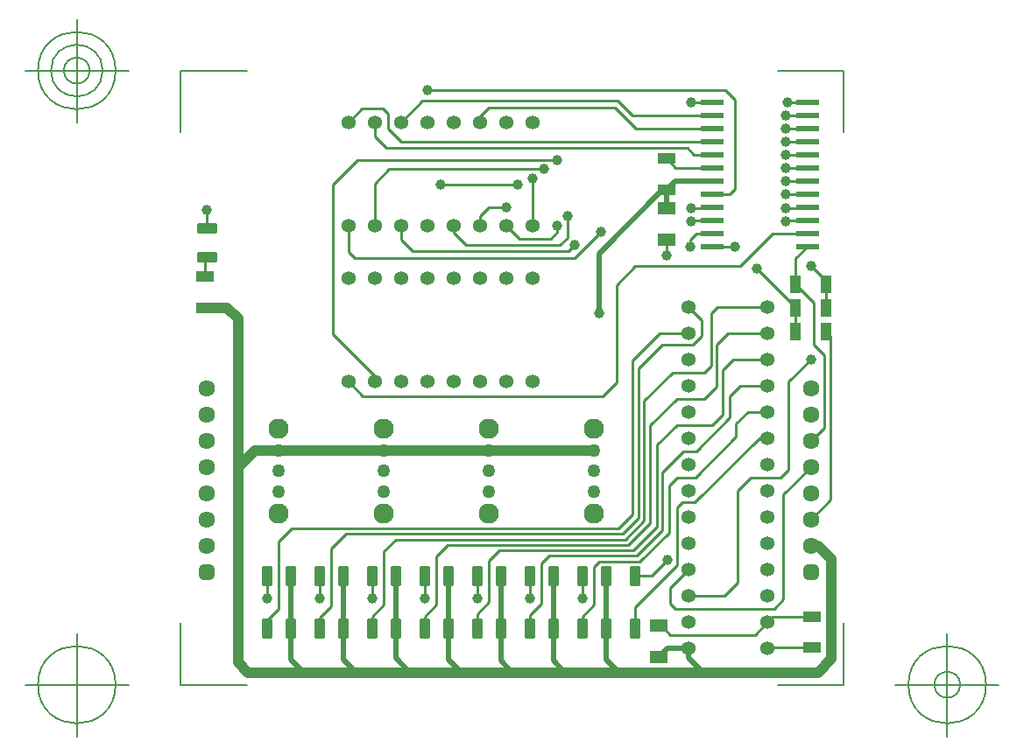
<source format=gbr>
G04 Generated by Ultiboard 11.0 *
%FSLAX25Y25*%
%MOIN*%

%ADD10C,0.04000*%
%ADD11C,0.01000*%
%ADD12C,0.02000*%
%ADD13C,0.00500*%
%ADD14C,0.03937*%
%ADD15C,0.05337*%
%ADD16R,0.02251X0.05834*%
%ADD17C,0.01666*%
%ADD18C,0.07699*%
%ADD19C,0.04943*%
%ADD20C,0.06334*%
%ADD21R,0.02083X0.02083*%
%ADD22C,0.03917*%
%ADD23R,0.06890X0.04134*%
%ADD24R,0.05834X0.02251*%
%ADD25R,0.07087X0.04528*%
%ADD26R,0.08661X0.02362*%
%ADD27R,0.04134X0.06890*%


G04 ColorRGB 00FF00 for the following layer *
%LNCopper Top*%
%LPD*%
%FSLAX25Y25*%
%MOIN*%
G54D10*
X250350Y8350D02*
X250350Y46450D01*
X250350Y46450D02*
X245300Y51500D01*
X245150Y3150D02*
X250350Y8350D01*
X31000Y87874D02*
X160000Y87874D01*
X28350Y3150D02*
X245150Y3150D01*
X24500Y40000D02*
X24500Y138000D01*
X24500Y40000D02*
X24500Y7000D01*
X24500Y7000D02*
X28350Y3150D01*
X24500Y81374D02*
X31000Y87874D01*
X12000Y142094D02*
X20406Y142094D01*
X20406Y142094D02*
X24500Y138000D01*
X245300Y51500D02*
X242500Y51500D01*
G54D11*
X65500Y56000D02*
X170850Y56000D01*
X45000Y58000D02*
X169150Y58000D01*
X84550Y53800D02*
X171950Y53800D01*
X104250Y51750D02*
X173050Y51750D01*
X123850Y49700D02*
X174800Y49700D01*
X120000Y218500D02*
X168000Y218500D01*
X94630Y221000D02*
X169000Y221000D01*
X86500Y205500D02*
X204890Y205500D01*
X195500Y203000D02*
X81000Y203000D01*
X82000Y195000D02*
X141000Y195000D01*
X70000Y198500D02*
X146000Y198500D01*
X96500Y225000D02*
X210000Y225000D01*
X119900Y180500D02*
X126000Y180500D01*
X126500Y173450D02*
X131500Y168450D01*
X111350Y166000D02*
X147000Y166000D01*
X69000Y161000D02*
X152500Y161000D01*
X90750Y163750D02*
X150250Y163750D01*
X131000Y189000D02*
X101500Y189000D01*
X72000Y108500D02*
X163350Y108500D01*
X76500Y116000D02*
X60500Y132000D01*
X60000Y50500D02*
X65500Y56000D01*
X60000Y28500D02*
X60000Y50500D01*
X55500Y31500D02*
X55500Y40000D01*
X40000Y27500D02*
X40000Y53000D01*
X35500Y40000D02*
X35500Y31500D01*
X35500Y23000D02*
X40000Y27500D01*
X35500Y20000D02*
X35500Y23000D01*
X55500Y20000D02*
X55500Y24000D01*
X55500Y24000D02*
X60000Y28500D01*
X40000Y53000D02*
X45000Y58000D01*
X95500Y20000D02*
X95500Y24500D01*
X95500Y24500D02*
X100000Y29000D01*
X95500Y31500D02*
X95500Y40500D01*
X80000Y29000D02*
X80000Y49250D01*
X75500Y31500D02*
X75500Y40000D01*
X75500Y24500D02*
X80000Y29000D01*
X75500Y20000D02*
X75500Y24500D01*
X80000Y49250D02*
X84550Y53800D01*
X115500Y25500D02*
X120000Y30000D01*
X100000Y29000D02*
X100000Y47500D01*
X120000Y30000D02*
X120000Y45850D01*
X115500Y31500D02*
X115500Y40000D01*
X115500Y20000D02*
X115500Y25500D01*
X100000Y47500D02*
X104250Y51750D01*
X120000Y45850D02*
X123850Y49700D01*
X66500Y114000D02*
X72000Y108500D01*
X76500Y114000D02*
X76500Y116000D01*
X60500Y189000D02*
X70000Y198500D01*
X60500Y132000D02*
X60500Y189000D01*
X12000Y153906D02*
X12000Y161000D01*
X12500Y172500D02*
X12500Y179500D01*
X12000Y161000D02*
X12500Y161500D01*
X76500Y173500D02*
X76500Y189500D01*
X76500Y189500D02*
X82000Y195000D01*
X66500Y173500D02*
X66500Y163500D01*
X66500Y163500D02*
X69000Y161000D01*
X86500Y173500D02*
X86500Y168000D01*
X86500Y168000D02*
X90800Y163700D01*
X106500Y170850D02*
X111350Y166000D01*
X106500Y173500D02*
X106500Y170850D01*
X116500Y173500D02*
X116500Y177100D01*
X116500Y177100D02*
X119900Y180500D01*
X86500Y212870D02*
X94630Y221000D01*
X71630Y218000D02*
X79500Y218000D01*
X79500Y218000D02*
X81500Y216000D01*
X81000Y203000D02*
X76500Y207500D01*
X66500Y212870D02*
X71630Y218000D01*
X76500Y207500D02*
X76500Y212870D01*
X81500Y210500D02*
X86500Y205500D01*
X81500Y216000D02*
X81500Y210500D01*
X116500Y212870D02*
X116500Y215000D01*
X116500Y215000D02*
X120000Y218500D01*
X204500Y120000D02*
X204500Y140000D01*
X185000Y132500D02*
X174650Y122150D01*
X186000Y128000D02*
X176950Y118950D01*
X206500Y112000D02*
X206500Y128000D01*
X250000Y69000D02*
X250000Y131406D01*
X247500Y124000D02*
X243500Y128000D01*
X168550Y113700D02*
X168550Y150850D01*
X190000Y117500D02*
X202000Y117500D01*
X190000Y117500D02*
X179050Y106550D01*
X181250Y97250D02*
X191500Y107500D01*
X183950Y89950D02*
X191500Y97500D01*
X194000Y87500D02*
X186000Y79500D01*
X177250Y45250D02*
X188500Y56500D01*
X188500Y56500D02*
X188500Y74500D01*
X188500Y74500D02*
X191500Y77500D01*
X185594Y20906D02*
X189000Y17500D01*
X189000Y17500D02*
X221094Y17500D01*
X182000Y40000D02*
X188000Y46000D01*
X175500Y28050D02*
X191550Y44100D01*
X196000Y42500D02*
X189000Y35500D01*
X189000Y35500D02*
X189000Y29500D01*
X189000Y29500D02*
X191000Y27500D01*
X174650Y63500D02*
X174650Y122150D01*
X169150Y58000D02*
X174650Y63500D01*
X176950Y62100D02*
X176950Y118950D01*
X170850Y56000D02*
X176950Y62100D01*
X179050Y60900D02*
X179050Y106550D01*
X181250Y59950D02*
X181250Y97250D01*
X183950Y58850D02*
X183950Y89950D01*
X186000Y79500D02*
X186000Y57300D01*
X155500Y24500D02*
X160000Y29000D01*
X143050Y47600D02*
X176300Y47600D01*
X140000Y29500D02*
X140000Y44550D01*
X135500Y31500D02*
X135500Y39500D01*
X155500Y31500D02*
X155500Y40000D01*
X135500Y20000D02*
X135500Y25000D01*
X135500Y25000D02*
X140000Y29500D01*
X155500Y20000D02*
X155500Y24500D01*
X140000Y44550D02*
X143050Y47600D01*
X160000Y29000D02*
X160000Y43500D01*
X184000Y9094D02*
X184500Y9094D01*
X184500Y20906D02*
X185594Y20906D01*
X175500Y28050D02*
X175500Y20000D01*
X171950Y53800D02*
X179050Y60900D01*
X181250Y59950D02*
X173050Y51750D01*
X161750Y45250D02*
X177250Y45250D01*
X160000Y43500D02*
X162000Y45500D01*
X186000Y57300D02*
X176300Y47600D01*
X175500Y40000D02*
X182000Y40000D01*
X183950Y58850D02*
X174800Y49700D01*
X163350Y108500D02*
X168550Y113700D01*
X242500Y61500D02*
X250000Y69000D01*
X191550Y44100D02*
X191550Y66050D01*
X232000Y31000D02*
X232000Y71000D01*
X214500Y37500D02*
X214500Y72500D01*
X221094Y17500D02*
X228000Y24406D01*
X191000Y27500D02*
X228500Y27500D01*
X196000Y32500D02*
X209500Y32500D01*
X209500Y32500D02*
X214500Y37500D01*
X228500Y27500D02*
X232000Y31000D01*
X243000Y24406D02*
X227906Y24406D01*
X243000Y12594D02*
X226094Y12594D01*
X213000Y122500D02*
X226000Y122500D01*
X215500Y112500D02*
X226000Y112500D01*
X218450Y102500D02*
X226000Y102500D01*
X198400Y68000D02*
X222900Y92500D01*
X214500Y72500D02*
X219500Y77500D01*
X219500Y77500D02*
X231000Y77500D01*
X198750Y87500D02*
X211500Y100250D01*
X214000Y92950D02*
X214000Y98050D01*
X198550Y77500D02*
X214000Y92950D01*
X191500Y77500D02*
X198550Y77500D01*
X193500Y68000D02*
X198400Y68000D01*
X191550Y66050D02*
X193500Y68000D01*
X194000Y87500D02*
X198750Y87500D01*
X202000Y117500D02*
X204500Y120000D01*
X191500Y97500D02*
X205000Y97500D01*
X205000Y97500D02*
X209000Y101500D01*
X202000Y107500D02*
X206500Y112000D01*
X191500Y107500D02*
X202000Y107500D01*
X209000Y101500D02*
X209000Y118500D01*
X211500Y108500D02*
X215500Y112500D01*
X211500Y100250D02*
X211500Y108500D01*
X214000Y98050D02*
X218450Y102500D01*
X209000Y118500D02*
X213000Y122500D01*
X242500Y91500D02*
X247500Y96500D01*
X234000Y80500D02*
X234000Y114000D01*
X232000Y71000D02*
X242500Y81500D01*
X231000Y77500D02*
X234000Y80500D01*
X222900Y92500D02*
X226000Y92500D01*
X234000Y114000D02*
X242500Y122500D01*
X247500Y96500D02*
X247500Y124000D01*
X196000Y132500D02*
X185000Y132500D01*
X197650Y128000D02*
X186000Y128000D01*
X176000Y210500D02*
X204890Y210500D01*
X174500Y215500D02*
X204890Y215500D01*
X190906Y195500D02*
X187500Y198906D01*
X187500Y162000D02*
X187500Y167000D01*
X187500Y167000D02*
X187000Y167500D01*
X175700Y158000D02*
X215500Y158000D01*
X136500Y173500D02*
X136500Y191000D01*
X152500Y161000D02*
X162500Y171000D01*
X131500Y168450D02*
X143450Y168450D01*
X150000Y169000D02*
X150000Y177000D01*
X146000Y173500D02*
X146000Y171000D01*
X147000Y166000D02*
X149750Y168750D01*
X146000Y171000D02*
X143500Y168500D01*
X150250Y163750D02*
X152500Y166000D01*
X168550Y150850D02*
X175700Y158000D01*
X169000Y221000D02*
X174500Y215500D01*
X168000Y218500D02*
X176000Y210500D01*
X211500Y185500D02*
X213500Y187500D01*
X213500Y187500D02*
X213500Y221500D01*
X207000Y142500D02*
X225500Y142500D01*
X211000Y132500D02*
X226000Y132500D01*
X215500Y158000D02*
X228000Y170500D01*
X204500Y140000D02*
X207000Y142500D01*
X201000Y137500D02*
X196000Y142500D01*
X201000Y131350D02*
X197650Y128000D01*
X201000Y131350D02*
X201000Y137500D01*
X206500Y128000D02*
X211000Y132500D01*
X204890Y185500D02*
X211500Y185500D01*
X197000Y180000D02*
X204500Y180000D01*
X204500Y180000D02*
X205000Y180500D01*
X204890Y175500D02*
X197500Y175500D01*
X199000Y170500D02*
X204000Y170500D01*
X204890Y165500D02*
X213500Y165500D01*
X196500Y165500D02*
X196500Y168000D01*
X196500Y168000D02*
X199000Y170500D01*
X197500Y175500D02*
X197000Y175000D01*
X222000Y157000D02*
X236594Y142406D01*
X236594Y151000D02*
X236594Y160984D01*
X242500Y158000D02*
X248500Y152000D01*
X236594Y133000D02*
X236594Y142406D01*
X243500Y144094D02*
X236594Y151000D01*
X248406Y142000D02*
X246594Y142000D01*
X248406Y151000D02*
X248406Y142000D01*
X243500Y128000D02*
X243500Y144094D01*
X250000Y131406D02*
X248406Y133000D01*
X248500Y152000D02*
X248500Y150500D01*
X233000Y180000D02*
X241000Y180000D01*
X228000Y170500D02*
X241110Y170500D01*
X233000Y185500D02*
X241110Y185500D01*
X233500Y175500D02*
X241500Y175500D01*
X236594Y160984D02*
X241110Y165500D01*
X233000Y175000D02*
X233500Y175500D01*
X210000Y225000D02*
X213500Y221500D01*
X204890Y220500D02*
X197000Y220500D01*
X204890Y200500D02*
X198000Y200500D01*
X204890Y195500D02*
X190906Y195500D01*
X198000Y200500D02*
X195500Y203000D01*
X241110Y220500D02*
X233500Y220500D01*
X233000Y205500D02*
X240500Y205500D01*
X233000Y215500D02*
X241110Y215500D01*
X233000Y210500D02*
X241110Y210500D01*
X233000Y200500D02*
X241110Y200500D01*
X233000Y195500D02*
X241110Y195500D01*
X233000Y190500D02*
X241110Y190500D01*
G54D12*
X124500Y40000D02*
X124500Y7650D01*
X124500Y7650D02*
X129000Y3150D01*
X64500Y40000D02*
X64500Y8150D01*
X64500Y8150D02*
X69500Y3150D01*
X44500Y40000D02*
X44500Y8150D01*
X44500Y8150D02*
X49500Y3150D01*
X84500Y40000D02*
X84500Y8650D01*
X84500Y8650D02*
X90000Y3150D01*
X104500Y40000D02*
X104500Y8150D01*
X104500Y8150D02*
X109500Y3150D01*
X196000Y12500D02*
X187906Y12500D01*
X187906Y12500D02*
X184500Y9094D01*
X144500Y40000D02*
X144500Y7650D01*
X144500Y7650D02*
X149000Y3150D01*
X164500Y40000D02*
X164500Y8150D01*
X164500Y8150D02*
X169500Y3150D01*
X196000Y12500D02*
X196000Y8650D01*
X196000Y8650D02*
X201500Y3150D01*
X190906Y190500D02*
X187500Y187094D01*
X187500Y187094D02*
X187500Y179406D01*
X204890Y190500D02*
X190906Y190500D01*
X186406Y187256D02*
X162000Y162850D01*
X162000Y162850D02*
X162000Y140000D01*
G54D13*
X2500Y-1500D02*
X2500Y21900D01*
X2500Y-1500D02*
X27750Y-1500D01*
X255000Y-1500D02*
X229750Y-1500D01*
X255000Y-1500D02*
X255000Y21900D01*
X255000Y232500D02*
X255000Y209100D01*
X255000Y232500D02*
X229750Y232500D01*
X2500Y232500D02*
X27750Y232500D01*
X2500Y232500D02*
X2500Y209100D01*
X-17185Y-1500D02*
X-56555Y-1500D01*
X-36870Y-21185D02*
X-36870Y18185D01*
X-51634Y-1500D02*
G75*
D01*
G02X-51634Y-1500I14764J0*
G01*
X274685Y-1500D02*
X314055Y-1500D01*
X294370Y-21185D02*
X294370Y18185D01*
X279606Y-1500D02*
G75*
D01*
G02X279606Y-1500I14764J0*
G01*
X289449Y-1500D02*
G75*
D01*
G02X289449Y-1500I4921J0*
G01*
X-17185Y232500D02*
X-56555Y232500D01*
X-36870Y212815D02*
X-36870Y252185D01*
X-51634Y232500D02*
G75*
D01*
G02X-51634Y232500I14764J0*
G01*
X-46713Y232500D02*
G75*
D01*
G02X-46713Y232500I9843J0*
G01*
X-41791Y232500D02*
G75*
D01*
G02X-41791Y232500I4921J0*
G01*
G54D14*
X126500Y180500D03*
X35500Y31500D03*
X55500Y31500D03*
X95500Y31500D03*
X75500Y31500D03*
X115500Y31500D03*
X12500Y179500D03*
X101500Y189000D03*
X96500Y225000D03*
X188000Y46000D03*
X155500Y31500D03*
X135500Y31500D03*
X242500Y122500D03*
X187500Y162000D03*
X136500Y191500D03*
X131000Y189000D03*
X146000Y173500D03*
X152500Y166000D03*
X150000Y177000D03*
X162000Y140000D03*
X162500Y171000D03*
X141000Y195000D03*
X146000Y198500D03*
X233000Y190500D03*
X222000Y157000D03*
X197000Y175000D03*
X196500Y165500D03*
X197000Y180000D03*
X213500Y165500D03*
X242500Y158000D03*
X233000Y175000D03*
X233000Y180000D03*
X233000Y185500D03*
X197000Y220500D03*
X233500Y220500D03*
X233000Y205500D03*
X233000Y200500D03*
X233000Y195500D03*
X233000Y215500D03*
X233000Y210500D03*
G54D15*
X126500Y114000D03*
X126500Y153370D03*
X66500Y114000D03*
X96500Y114000D03*
X76500Y114000D03*
X86500Y114000D03*
X106500Y114000D03*
X116500Y114000D03*
X66500Y153370D03*
X96500Y153370D03*
X76500Y153370D03*
X86500Y153370D03*
X106500Y153370D03*
X116500Y153370D03*
X136500Y114000D03*
X136500Y153370D03*
X126500Y173500D03*
X126500Y212870D03*
X66500Y173500D03*
X66500Y212870D03*
X96500Y173500D03*
X76500Y173500D03*
X86500Y173500D03*
X106500Y173500D03*
X116500Y173500D03*
X96500Y212870D03*
X76500Y212870D03*
X86500Y212870D03*
X106500Y212870D03*
X116500Y212870D03*
X136500Y173500D03*
X136500Y212870D03*
X196000Y62500D03*
X226000Y62500D03*
X196000Y32500D03*
X196000Y12500D03*
X196000Y22500D03*
X196000Y42500D03*
X196000Y52500D03*
X226000Y32500D03*
X226000Y12500D03*
X226000Y22500D03*
X226000Y42500D03*
X226000Y52500D03*
X196000Y92500D03*
X196000Y72500D03*
X196000Y82500D03*
X196000Y112500D03*
X196000Y102500D03*
X196000Y122500D03*
X226000Y92500D03*
X226000Y72500D03*
X226000Y82500D03*
X226000Y112500D03*
X226000Y102500D03*
X226000Y122500D03*
X196000Y142500D03*
X196000Y132500D03*
X226000Y142500D03*
X226000Y132500D03*
G54D16*
X124500Y20000D03*
X135500Y20000D03*
X124500Y40000D03*
X135500Y40000D03*
X64500Y20000D03*
X75500Y20000D03*
X64500Y40000D03*
X75500Y40000D03*
X24500Y20000D03*
X35500Y20000D03*
X24500Y40000D03*
X35500Y40000D03*
X44500Y20000D03*
X55500Y20000D03*
X44500Y40000D03*
X55500Y40000D03*
X95500Y20000D03*
X84500Y20000D03*
X95500Y40000D03*
X84500Y40000D03*
X104500Y20000D03*
X115500Y20000D03*
X104500Y40000D03*
X115500Y40000D03*
X155500Y20000D03*
X144500Y20000D03*
X155500Y40000D03*
X144500Y40000D03*
X175500Y20000D03*
X164500Y20000D03*
X175500Y40000D03*
X164500Y40000D03*
G54D17*
X123375Y17083D02*
X125625Y17083D01*
X125625Y22917D01*
X123375Y22917D01*
X123375Y17083D01*D02*
X134375Y17083D02*
X136625Y17083D01*
X136625Y22917D01*
X134375Y22917D01*
X134375Y17083D01*D02*
X123375Y37083D02*
X125625Y37083D01*
X125625Y42917D01*
X123375Y42917D01*
X123375Y37083D01*D02*
X134375Y37083D02*
X136625Y37083D01*
X136625Y42917D01*
X134375Y42917D01*
X134375Y37083D01*D02*
X63375Y17083D02*
X65625Y17083D01*
X65625Y22917D01*
X63375Y22917D01*
X63375Y17083D01*D02*
X74375Y17083D02*
X76625Y17083D01*
X76625Y22917D01*
X74375Y22917D01*
X74375Y17083D01*D02*
X63375Y37083D02*
X65625Y37083D01*
X65625Y42917D01*
X63375Y42917D01*
X63375Y37083D01*D02*
X74375Y37083D02*
X76625Y37083D01*
X76625Y42917D01*
X74375Y42917D01*
X74375Y37083D01*D02*
X23375Y17083D02*
X25625Y17083D01*
X25625Y22917D01*
X23375Y22917D01*
X23375Y17083D01*D02*
X34375Y17083D02*
X36625Y17083D01*
X36625Y22917D01*
X34375Y22917D01*
X34375Y17083D01*D02*
X23375Y37083D02*
X25625Y37083D01*
X25625Y42917D01*
X23375Y42917D01*
X23375Y37083D01*D02*
X34375Y37083D02*
X36625Y37083D01*
X36625Y42917D01*
X34375Y42917D01*
X34375Y37083D01*D02*
X43375Y17083D02*
X45625Y17083D01*
X45625Y22917D01*
X43375Y22917D01*
X43375Y17083D01*D02*
X54375Y17083D02*
X56625Y17083D01*
X56625Y22917D01*
X54375Y22917D01*
X54375Y17083D01*D02*
X43375Y37083D02*
X45625Y37083D01*
X45625Y42917D01*
X43375Y42917D01*
X43375Y37083D01*D02*
X54375Y37083D02*
X56625Y37083D01*
X56625Y42917D01*
X54375Y42917D01*
X54375Y37083D01*D02*
X94375Y17083D02*
X96625Y17083D01*
X96625Y22917D01*
X94375Y22917D01*
X94375Y17083D01*D02*
X83375Y17083D02*
X85625Y17083D01*
X85625Y22917D01*
X83375Y22917D01*
X83375Y17083D01*D02*
X94375Y37083D02*
X96625Y37083D01*
X96625Y42917D01*
X94375Y42917D01*
X94375Y37083D01*D02*
X83375Y37083D02*
X85625Y37083D01*
X85625Y42917D01*
X83375Y42917D01*
X83375Y37083D01*D02*
X103375Y17083D02*
X105625Y17083D01*
X105625Y22917D01*
X103375Y22917D01*
X103375Y17083D01*D02*
X114375Y17083D02*
X116625Y17083D01*
X116625Y22917D01*
X114375Y22917D01*
X114375Y17083D01*D02*
X103375Y37083D02*
X105625Y37083D01*
X105625Y42917D01*
X103375Y42917D01*
X103375Y37083D01*D02*
X114375Y37083D02*
X116625Y37083D01*
X116625Y42917D01*
X114375Y42917D01*
X114375Y37083D01*D02*
X9583Y160375D02*
X15417Y160375D01*
X15417Y162625D01*
X9583Y162625D01*
X9583Y160375D01*D02*
X9583Y171375D02*
X15417Y171375D01*
X15417Y173625D01*
X9583Y173625D01*
X9583Y171375D01*D02*
X154375Y17083D02*
X156625Y17083D01*
X156625Y22917D01*
X154375Y22917D01*
X154375Y17083D01*D02*
X143375Y17083D02*
X145625Y17083D01*
X145625Y22917D01*
X143375Y22917D01*
X143375Y17083D01*D02*
X154375Y37083D02*
X156625Y37083D01*
X156625Y42917D01*
X154375Y42917D01*
X154375Y37083D01*D02*
X143375Y37083D02*
X145625Y37083D01*
X145625Y42917D01*
X143375Y42917D01*
X143375Y37083D01*D02*
X174375Y17083D02*
X176625Y17083D01*
X176625Y22917D01*
X174375Y22917D01*
X174375Y17083D01*D02*
X163375Y17083D02*
X165625Y17083D01*
X165625Y22917D01*
X163375Y22917D01*
X163375Y17083D01*D02*
X174375Y37083D02*
X176625Y37083D01*
X176625Y42917D01*
X174375Y42917D01*
X174375Y37083D01*D02*
X163375Y37083D02*
X165625Y37083D01*
X165625Y42917D01*
X163375Y42917D01*
X163375Y37083D01*D02*
G54D18*
X120000Y63858D03*
X120000Y96142D03*
X40000Y63858D03*
X40000Y96142D03*
X80000Y63858D03*
X80000Y96142D03*
X160000Y63858D03*
X160000Y96142D03*
G54D19*
X120000Y80000D03*
X120000Y72126D03*
X120000Y87874D03*
X40000Y80000D03*
X40000Y72126D03*
X40000Y87874D03*
X80000Y87874D03*
X80000Y72126D03*
X80000Y80000D03*
X160000Y87874D03*
X160000Y72126D03*
X160000Y80000D03*
G54D20*
X12500Y61500D03*
X12500Y51500D03*
X12500Y91500D03*
X12500Y71500D03*
X12500Y81500D03*
X12500Y111500D03*
X12500Y101500D03*
X242500Y61500D03*
X242500Y51500D03*
X242500Y91500D03*
X242500Y81500D03*
X242500Y71500D03*
X242500Y111500D03*
X242500Y101500D03*
G54D21*
X12500Y41500D03*
X242500Y41500D03*
G54D22*
X11459Y40459D02*
X13541Y40459D01*
X13541Y42541D01*
X11459Y42541D01*
X11459Y40459D01*D02*
X241459Y40459D02*
X243541Y40459D01*
X243541Y42541D01*
X241459Y42541D01*
X241459Y40459D01*D02*
G54D23*
X12000Y153906D03*
X12000Y142094D03*
X243000Y12594D03*
X243000Y24406D03*
X187500Y198906D03*
X187500Y187094D03*
G54D24*
X12500Y161500D03*
X12500Y172500D03*
G54D25*
X184500Y9094D03*
X184500Y20906D03*
X187500Y168094D03*
X187500Y179906D03*
G54D26*
X204890Y190500D03*
X241110Y190500D03*
X204890Y175500D03*
X204890Y170500D03*
X204890Y165500D03*
X204890Y185500D03*
X204890Y180500D03*
X241110Y170500D03*
X241110Y165500D03*
X241110Y175500D03*
X241110Y185500D03*
X241110Y180500D03*
X204890Y220500D03*
X204890Y205500D03*
X204890Y200500D03*
X204890Y195500D03*
X204890Y215500D03*
X204890Y210500D03*
X241110Y220500D03*
X241110Y205500D03*
X241110Y200500D03*
X241110Y195500D03*
X241110Y215500D03*
X241110Y210500D03*
G54D27*
X236594Y133000D03*
X248406Y133000D03*
X236594Y142000D03*
X248406Y142000D03*
X236594Y151000D03*
X248406Y151000D03*

M00*

</source>
